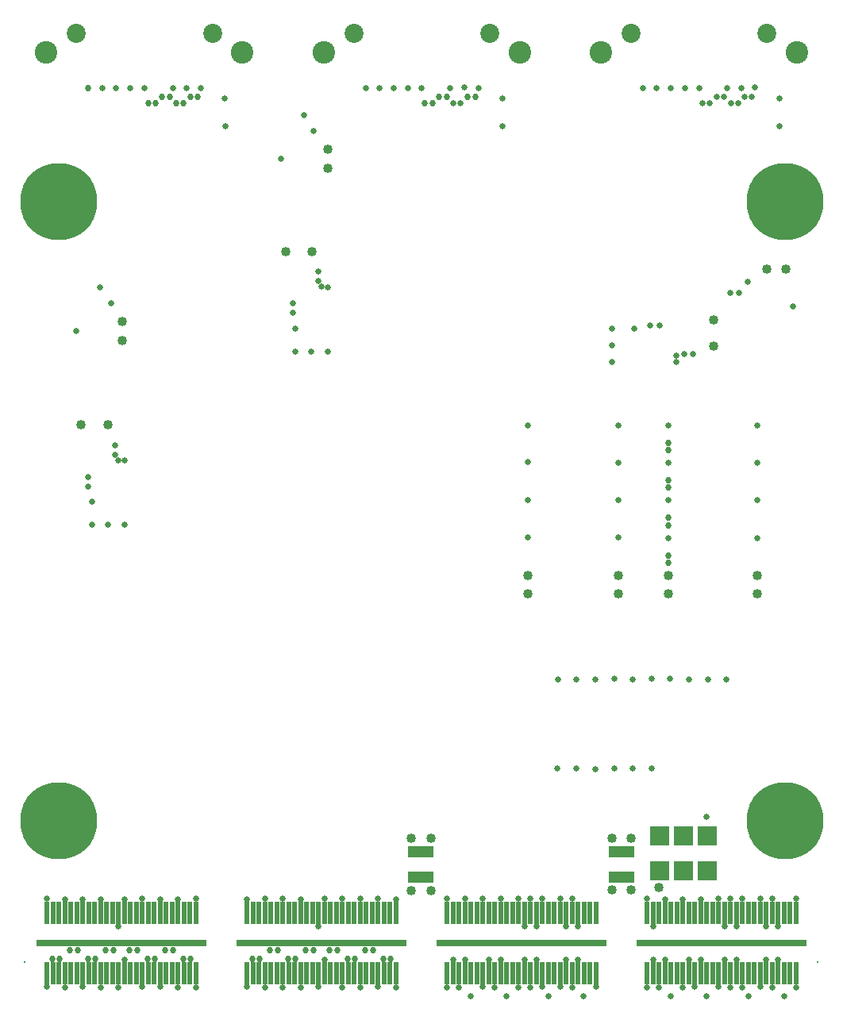
<source format=gbs>
%FSLAX44Y44*%
%MOMM*%
G71*
G01*
G75*
G04 Layer_Color=16711935*
G04:AMPARAMS|DCode=10|XSize=0.5mm|YSize=0.6mm|CornerRadius=0.125mm|HoleSize=0mm|Usage=FLASHONLY|Rotation=0.000|XOffset=0mm|YOffset=0mm|HoleType=Round|Shape=RoundedRectangle|*
%AMROUNDEDRECTD10*
21,1,0.5000,0.3500,0,0,0.0*
21,1,0.2500,0.6000,0,0,0.0*
1,1,0.2500,0.1250,-0.1750*
1,1,0.2500,-0.1250,-0.1750*
1,1,0.2500,-0.1250,0.1750*
1,1,0.2500,0.1250,0.1750*
%
%ADD10ROUNDEDRECTD10*%
%ADD11R,0.6000X0.6000*%
%ADD12R,0.6000X0.6000*%
G04:AMPARAMS|DCode=13|XSize=0.5mm|YSize=0.6mm|CornerRadius=0.125mm|HoleSize=0mm|Usage=FLASHONLY|Rotation=270.000|XOffset=0mm|YOffset=0mm|HoleType=Round|Shape=RoundedRectangle|*
%AMROUNDEDRECTD13*
21,1,0.5000,0.3500,0,0,270.0*
21,1,0.2500,0.6000,0,0,270.0*
1,1,0.2500,-0.1750,-0.1250*
1,1,0.2500,-0.1750,0.1250*
1,1,0.2500,0.1750,0.1250*
1,1,0.2500,0.1750,-0.1250*
%
%ADD13ROUNDEDRECTD13*%
%ADD14R,1.0200X3.3000*%
%ADD15R,1.1000X2.6000*%
%ADD16R,2.6000X1.1000*%
%ADD17R,0.3050X2.6000*%
%ADD18R,3.3000X1.0200*%
%ADD19R,0.3500X0.8500*%
%ADD20R,0.8500X0.3500*%
%ADD21R,1.1000X1.4000*%
%ADD22R,1.4000X1.1000*%
%ADD23R,1.8000X1.1500*%
%ADD24R,0.4200X1.2200*%
%ADD25R,0.6000X1.8000*%
%ADD26R,1.2200X0.4200*%
%ADD27R,1.8000X0.6000*%
%ADD28C,0.3048*%
%ADD29C,0.5080*%
%ADD30C,0.2083*%
%ADD31C,0.1524*%
%ADD32C,0.1778*%
%ADD33C,0.2540*%
%ADD34C,0.2032*%
%ADD35C,8.0000*%
%ADD36C,2.2000*%
%ADD37C,1.8200*%
%ADD38C,0.4572*%
%ADD39C,0.8128*%
%ADD40C,0.4928*%
%ADD41C,0.4851*%
%ADD42C,1.0160*%
%ADD43C,4.8260*%
%ADD44C,3.2160*%
%ADD45C,2.8360*%
%ADD46C,2.1844*%
%ADD47C,1.2700*%
G04:AMPARAMS|DCode=48|XSize=1.5748mm|YSize=1.5748mm|CornerRadius=0mm|HoleSize=0mm|Usage=FLASHONLY|Rotation=0.000|XOffset=0mm|YOffset=0mm|HoleType=Round|Shape=Relief|Width=0.254mm|Gap=0.1524mm|Entries=4|*
%AMTHD48*
7,0,0,1.5748,1.2700,0.2540,45*
%
%ADD48THD48*%
G04:AMPARAMS|DCode=49|XSize=1.7272mm|YSize=1.7272mm|CornerRadius=0mm|HoleSize=0mm|Usage=FLASHONLY|Rotation=0.000|XOffset=0mm|YOffset=0mm|HoleType=Round|Shape=Relief|Width=0.254mm|Gap=0.1524mm|Entries=4|*
%AMTHD49*
7,0,0,1.7272,1.4224,0.2540,45*
%
%ADD49THD49*%
%ADD50C,1.4224*%
%ADD51R,0.4064X2.1590*%
%ADD52R,18.0340X0.5080*%
%ADD53R,1.8000X1.8000*%
%ADD54C,0.2500*%
%ADD55C,0.6000*%
%ADD56C,0.2000*%
%ADD57C,0.1000*%
%ADD58C,0.1016*%
G04:AMPARAMS|DCode=59|XSize=0.7032mm|YSize=0.8032mm|CornerRadius=0.1758mm|HoleSize=0mm|Usage=FLASHONLY|Rotation=0.000|XOffset=0mm|YOffset=0mm|HoleType=Round|Shape=RoundedRectangle|*
%AMROUNDEDRECTD59*
21,1,0.7032,0.4516,0,0,0.0*
21,1,0.3516,0.8032,0,0,0.0*
1,1,0.3516,0.1758,-0.2258*
1,1,0.3516,-0.1758,-0.2258*
1,1,0.3516,-0.1758,0.2258*
1,1,0.3516,0.1758,0.2258*
%
%ADD59ROUNDEDRECTD59*%
%ADD60R,0.8032X0.8032*%
%ADD61R,0.8032X0.8032*%
G04:AMPARAMS|DCode=62|XSize=0.7032mm|YSize=0.8032mm|CornerRadius=0.1758mm|HoleSize=0mm|Usage=FLASHONLY|Rotation=270.000|XOffset=0mm|YOffset=0mm|HoleType=Round|Shape=RoundedRectangle|*
%AMROUNDEDRECTD62*
21,1,0.7032,0.4516,0,0,270.0*
21,1,0.3516,0.8032,0,0,270.0*
1,1,0.3516,-0.2258,-0.1758*
1,1,0.3516,-0.2258,0.1758*
1,1,0.3516,0.2258,0.1758*
1,1,0.3516,0.2258,-0.1758*
%
%ADD62ROUNDEDRECTD62*%
%ADD63R,1.2232X3.5032*%
%ADD64R,1.3032X2.8032*%
%ADD65R,2.8032X1.3032*%
%ADD66R,0.5082X2.8032*%
%ADD67R,3.5032X1.2232*%
%ADD68R,0.5532X1.0532*%
%ADD69R,1.0532X0.5532*%
%ADD70R,1.3032X1.6032*%
%ADD71R,1.6032X1.3032*%
%ADD72R,2.0032X1.3532*%
%ADD73R,0.6232X1.4232*%
%ADD74R,0.8032X2.0032*%
%ADD75R,1.4232X0.6232*%
%ADD76R,2.0032X0.8032*%
%ADD77C,8.2032*%
%ADD78C,2.4032*%
%ADD79C,2.0232*%
%ADD80C,0.2032*%
%ADD81C,0.6604*%
%ADD82C,1.0160*%
%ADD83C,0.6960*%
%ADD84C,0.6883*%
%ADD85R,0.6096X2.3622*%
%ADD86R,18.2372X0.7112*%
%ADD87R,2.0032X2.0032*%
D65*
X449580Y189014D02*
D03*
Y162014D02*
D03*
X663702Y189014D02*
D03*
Y162014D02*
D03*
D77*
X63573Y881761D02*
D03*
X837765D02*
D03*
X63065Y222123D02*
D03*
X837765D02*
D03*
D78*
X346053Y1041548D02*
D03*
X555053D02*
D03*
X641709D02*
D03*
X850709D02*
D03*
X50143D02*
D03*
X259143D02*
D03*
D79*
X378053Y1061548D02*
D03*
X523053Y1061547D02*
D03*
X673709Y1061548D02*
D03*
X818709Y1061547D02*
D03*
X82143Y1061548D02*
D03*
X227143Y1061547D02*
D03*
D80*
X872744Y70866D02*
D03*
X26924D02*
D03*
D81*
X686209Y1003399D02*
D03*
X701209Y1003469D02*
D03*
X716209Y1003371D02*
D03*
X731342Y1003357D02*
D03*
X836749Y34363D02*
D03*
X798649D02*
D03*
X754126Y34290D02*
D03*
X716099Y34363D02*
D03*
X623062Y34290D02*
D03*
X585470D02*
D03*
X540839Y34471D02*
D03*
X502920Y34290D02*
D03*
X106934Y790956D02*
D03*
X82042Y743712D02*
D03*
X754126Y225806D02*
D03*
X595546Y372788D02*
D03*
X615546Y372768D02*
D03*
X635546Y372834D02*
D03*
X655546Y372844D02*
D03*
X675546Y372778D02*
D03*
X695452Y372872D02*
D03*
X715546Y372844D02*
D03*
X735546Y372834D02*
D03*
X755546Y372722D02*
D03*
X775546Y372788D02*
D03*
X713260Y523466D02*
D03*
X808200D02*
D03*
X808068Y563466D02*
D03*
X713326D02*
D03*
X808190Y603466D02*
D03*
X808228Y643382D02*
D03*
X713270Y603466D02*
D03*
X713402Y643466D02*
D03*
X660372Y523720D02*
D03*
X660240Y563720D02*
D03*
X660362Y603720D02*
D03*
X660230Y643720D02*
D03*
X563908Y523720D02*
D03*
X563974Y563720D02*
D03*
X564050Y643720D02*
D03*
X302079Y138357D02*
D03*
X50619Y44377D02*
D03*
X69669Y44269D02*
D03*
X88719Y44523D02*
D03*
X107769Y44269D02*
D03*
X126819D02*
D03*
X152219Y44377D02*
D03*
X171269D02*
D03*
X190319Y44269D02*
D03*
X209369D02*
D03*
Y138357D02*
D03*
X107769Y138249D02*
D03*
X88719D02*
D03*
X69669D02*
D03*
X50546Y138430D02*
D03*
X806209Y1003795D02*
D03*
X495553Y1003809D02*
D03*
X480553Y1003315D02*
D03*
X139643Y1003357D02*
D03*
X511048Y1003554D02*
D03*
X435635Y1003357D02*
D03*
X450552Y1003344D02*
D03*
X420553Y1003483D02*
D03*
X405553Y1003385D02*
D03*
X390553Y1003455D02*
D03*
X109643Y1003385D02*
D03*
X124638Y1003275D02*
D03*
X154711Y1003300D02*
D03*
X184912D02*
D03*
X263979Y138249D02*
D03*
X283029Y138357D02*
D03*
X321129Y138249D02*
D03*
X346529Y138357D02*
D03*
X365579D02*
D03*
X403679D02*
D03*
X422729Y138249D02*
D03*
X263979Y44377D02*
D03*
X283029Y44269D02*
D03*
X302079D02*
D03*
X321129D02*
D03*
X340179Y44377D02*
D03*
X365579Y44269D02*
D03*
X384629D02*
D03*
X403679Y44377D02*
D03*
X422729Y44269D02*
D03*
X477339Y138357D02*
D03*
X496389D02*
D03*
X515439D02*
D03*
X534489D02*
D03*
X553539D02*
D03*
X578939D02*
D03*
X597989D02*
D03*
X477339Y44269D02*
D03*
X515439Y44377D02*
D03*
X553539Y44269D02*
D03*
X572589Y109039D02*
D03*
X604339D02*
D03*
X483689Y73479D02*
D03*
X521789D02*
D03*
X346529D02*
D03*
X340179Y109293D02*
D03*
X559889Y109039D02*
D03*
X566239Y138357D02*
D03*
X610689D02*
D03*
X617039Y109039D02*
D03*
X133169Y73587D02*
D03*
X126819Y108966D02*
D03*
X490039Y44269D02*
D03*
X496389Y73333D02*
D03*
X528139Y44269D02*
D03*
X534489Y73333D02*
D03*
X559889Y73225D02*
D03*
X566239Y44269D02*
D03*
X572589Y73333D02*
D03*
X578939Y44631D02*
D03*
X597989Y44377D02*
D03*
X604339Y73333D02*
D03*
X610689Y44269D02*
D03*
X617039Y73225D02*
D03*
X636089Y44377D02*
D03*
X690699Y138357D02*
D03*
X697049Y109039D02*
D03*
X709749Y138249D02*
D03*
X728799D02*
D03*
X747849D02*
D03*
X766899Y138357D02*
D03*
X773249Y109039D02*
D03*
X779599Y138357D02*
D03*
X785949Y109039D02*
D03*
X792299Y138357D02*
D03*
X811349D02*
D03*
X817699Y109039D02*
D03*
X824049Y138357D02*
D03*
X830399Y109039D02*
D03*
X849449Y138357D02*
D03*
X690699Y44269D02*
D03*
X697049Y73333D02*
D03*
X703399Y44269D02*
D03*
X709749Y73333D02*
D03*
X728799Y44269D02*
D03*
X735149Y73333D02*
D03*
X741499Y44523D02*
D03*
X747849Y73333D02*
D03*
X766899Y44377D02*
D03*
X773249Y73333D02*
D03*
X779599Y44269D02*
D03*
X785949Y73333D02*
D03*
X792299Y44269D02*
D03*
X811349Y44377D02*
D03*
X817699Y73333D02*
D03*
X824049Y44269D02*
D03*
X830399Y73333D02*
D03*
X849449Y44269D02*
D03*
X595376Y277368D02*
D03*
X615546Y277218D02*
D03*
X635546Y277152D02*
D03*
X655546Y277340D02*
D03*
X675546Y277528D02*
D03*
X695546Y277462D02*
D03*
X123364Y622220D02*
D03*
X123364Y612220D02*
D03*
X94568Y587930D02*
D03*
X94568Y577930D02*
D03*
X115824Y537464D02*
D03*
X98552Y537464D02*
D03*
X133604Y537464D02*
D03*
X126746Y605790D02*
D03*
X98552Y561848D02*
D03*
X133350Y605790D02*
D03*
X315214Y722122D02*
D03*
X332486Y722122D02*
D03*
X312754Y773604D02*
D03*
X312754Y763604D02*
D03*
X340534Y797386D02*
D03*
X340534Y807386D02*
D03*
X335280Y957326D02*
D03*
X119380Y773430D02*
D03*
X325044Y974776D02*
D03*
X350266Y722122D02*
D03*
X343662Y791210D02*
D03*
X350520Y790956D02*
D03*
X315214Y746760D02*
D03*
X797814Y796290D02*
D03*
X779526Y784352D02*
D03*
X788924Y784352D02*
D03*
X730076Y719916D02*
D03*
X740156Y719836D02*
D03*
X653034Y746506D02*
D03*
X704262Y749888D02*
D03*
X694262Y749888D02*
D03*
X653034Y711454D02*
D03*
X721920Y717856D02*
D03*
X721966Y711356D02*
D03*
X677418Y746506D02*
D03*
X240538Y991870D02*
D03*
X241300Y962914D02*
D03*
X536194Y991870D02*
D03*
X536626Y962584D02*
D03*
X831868Y992074D02*
D03*
X832122Y962864D02*
D03*
X846533Y770177D02*
D03*
X299974Y927862D02*
D03*
X776209Y1003569D02*
D03*
X563626Y604266D02*
D03*
X384629Y138357D02*
D03*
X791286Y1003555D02*
D03*
X746208Y1003344D02*
D03*
X802665Y993902D02*
D03*
X795045D02*
D03*
X787679Y987044D02*
D03*
X780059D02*
D03*
X772439Y993902D02*
D03*
X764819D02*
D03*
X749833Y987044D02*
D03*
X757453D02*
D03*
X483946D02*
D03*
X491566D02*
D03*
X190319Y138249D02*
D03*
X171269D02*
D03*
X152219Y138357D02*
D03*
X133169Y138103D02*
D03*
X199898Y1003224D02*
D03*
X214884Y1003300D02*
D03*
X653034Y729234D02*
D03*
D82*
X653288Y147828D02*
D03*
X674116D02*
D03*
Y203200D02*
D03*
X653288D02*
D03*
X459994Y147574D02*
D03*
X439166D02*
D03*
X459994Y203200D02*
D03*
X439166D02*
D03*
X703326Y150622D02*
D03*
X563964Y463720D02*
D03*
X564030Y483720D02*
D03*
X808312Y463466D02*
D03*
X808332Y483466D02*
D03*
X713232Y463550D02*
D03*
X660400Y464058D02*
D03*
X660250Y483720D02*
D03*
X713336Y483466D02*
D03*
X115824Y644144D02*
D03*
X87376D02*
D03*
X130810Y754126D02*
D03*
Y733552D02*
D03*
X333756Y829056D02*
D03*
X305054D02*
D03*
X350520Y938022D02*
D03*
Y917448D02*
D03*
X838454Y809752D02*
D03*
X818134D02*
D03*
X762000Y727964D02*
D03*
Y756158D02*
D03*
D83*
X713232Y624990D02*
D03*
X507492Y993902D02*
D03*
X499364D02*
D03*
X94488Y1003300D02*
D03*
X64132Y74422D02*
D03*
X56156D02*
D03*
X75206Y83820D02*
D03*
X102232Y74422D02*
D03*
X94256D02*
D03*
X203832D02*
D03*
X195856D02*
D03*
X184782Y83820D02*
D03*
X176806D02*
D03*
X165732Y74422D02*
D03*
X157756D02*
D03*
X146682Y84074D02*
D03*
X138706D02*
D03*
X269516Y74422D02*
D03*
X277492D02*
D03*
X288566Y83820D02*
D03*
X296542D02*
D03*
X307616Y74422D02*
D03*
X315592D02*
D03*
X326666Y83820D02*
D03*
X334642D02*
D03*
X83182D02*
D03*
X113306Y84074D02*
D03*
X121282D02*
D03*
X409216Y74168D02*
D03*
X417192D02*
D03*
X352066Y83566D02*
D03*
X360042D02*
D03*
X371116Y74168D02*
D03*
X379092D02*
D03*
X390166Y83820D02*
D03*
X398142D02*
D03*
X713232Y616854D02*
D03*
X468884Y993902D02*
D03*
X477012D02*
D03*
X462026Y987044D02*
D03*
X453955Y987000D02*
D03*
X188447D02*
D03*
X196422D02*
D03*
X181422Y994000D02*
D03*
X173447D02*
D03*
X158578Y987000D02*
D03*
X166553D02*
D03*
X211582Y993902D02*
D03*
X203447Y994000D02*
D03*
D84*
X713232Y544850D02*
D03*
Y536951D02*
D03*
Y504850D02*
D03*
Y496951D02*
D03*
Y584850D02*
D03*
Y576951D02*
D03*
D85*
X56969Y58801D02*
D03*
X63319D02*
D03*
X76019D02*
D03*
X82369D02*
D03*
X95069D02*
D03*
X101419D02*
D03*
X114119D02*
D03*
X120469D02*
D03*
X139519D02*
D03*
X145869D02*
D03*
X158569D02*
D03*
X164919D02*
D03*
X177619D02*
D03*
X183969D02*
D03*
X196669D02*
D03*
X203019D02*
D03*
X56969Y123571D02*
D03*
X63319D02*
D03*
X76019D02*
D03*
X82369D02*
D03*
X95069D02*
D03*
X101419D02*
D03*
X114119D02*
D03*
X120469D02*
D03*
X139519D02*
D03*
X145869D02*
D03*
X158569D02*
D03*
X164919D02*
D03*
X177619D02*
D03*
X183969D02*
D03*
X196669D02*
D03*
X203019D02*
D03*
X270329Y58801D02*
D03*
X276679D02*
D03*
X289379D02*
D03*
X295729D02*
D03*
X308429D02*
D03*
X314779D02*
D03*
X327479D02*
D03*
X333829D02*
D03*
X352879D02*
D03*
X359229D02*
D03*
X371929D02*
D03*
X378279D02*
D03*
X390979D02*
D03*
X397329D02*
D03*
X410029D02*
D03*
X416379D02*
D03*
X270329Y123571D02*
D03*
X276679D02*
D03*
X289379D02*
D03*
X295729D02*
D03*
X308429D02*
D03*
X314779D02*
D03*
X327479D02*
D03*
X333829D02*
D03*
X352879D02*
D03*
X359229D02*
D03*
X371929D02*
D03*
X378279D02*
D03*
X390979D02*
D03*
X397329D02*
D03*
X410029D02*
D03*
X416379D02*
D03*
X483689Y58801D02*
D03*
X490039D02*
D03*
X502739D02*
D03*
X509089D02*
D03*
X521789D02*
D03*
X528139D02*
D03*
X540839D02*
D03*
X547189D02*
D03*
X566239D02*
D03*
X572589D02*
D03*
X585289D02*
D03*
X591639D02*
D03*
X604339D02*
D03*
X623389D02*
D03*
X629739D02*
D03*
X483689Y123571D02*
D03*
X490039D02*
D03*
X502739D02*
D03*
X521789D02*
D03*
X540839D02*
D03*
X547189D02*
D03*
X566239D02*
D03*
X572589D02*
D03*
X585289D02*
D03*
X591639D02*
D03*
X604339D02*
D03*
X610689D02*
D03*
X623389D02*
D03*
X629739D02*
D03*
X697049Y58801D02*
D03*
X703399D02*
D03*
X716099D02*
D03*
X722449D02*
D03*
X735149D02*
D03*
X741499D02*
D03*
X754199D02*
D03*
X760549D02*
D03*
X779599D02*
D03*
X785949D02*
D03*
X798649D02*
D03*
X804999D02*
D03*
X817699D02*
D03*
X824049D02*
D03*
X836749D02*
D03*
X843099D02*
D03*
X697049Y123571D02*
D03*
X703399D02*
D03*
X716099D02*
D03*
X722449D02*
D03*
X735149D02*
D03*
X741499D02*
D03*
X754199D02*
D03*
X760549D02*
D03*
X779599D02*
D03*
X785949D02*
D03*
X798649D02*
D03*
X804999D02*
D03*
X817699D02*
D03*
X824049D02*
D03*
X836749D02*
D03*
X843099D02*
D03*
X209369D02*
D03*
X190319D02*
D03*
X171269D02*
D03*
X152219D02*
D03*
X133169D02*
D03*
X126819D02*
D03*
X107769D02*
D03*
X88719D02*
D03*
X69669D02*
D03*
X50619D02*
D03*
X263979D02*
D03*
X283029D02*
D03*
X302079D02*
D03*
X321129D02*
D03*
X340179D02*
D03*
X346529D02*
D03*
X365579D02*
D03*
X384629D02*
D03*
X403679D02*
D03*
X422729D02*
D03*
Y58801D02*
D03*
X403679D02*
D03*
X384629D02*
D03*
X365579D02*
D03*
X346529D02*
D03*
X340179D02*
D03*
X321129D02*
D03*
X302079D02*
D03*
X283029D02*
D03*
X263979D02*
D03*
X50619D02*
D03*
X69669D02*
D03*
X88719D02*
D03*
X107769D02*
D03*
X126819D02*
D03*
X133169D02*
D03*
X152219D02*
D03*
X171269D02*
D03*
X190319D02*
D03*
X209369D02*
D03*
X477339Y123571D02*
D03*
X496389D02*
D03*
X515439D02*
D03*
X534489D02*
D03*
X553539D02*
D03*
X559889D02*
D03*
X578939D02*
D03*
X597989D02*
D03*
X617039D02*
D03*
X636089D02*
D03*
X477339Y58801D02*
D03*
X496389D02*
D03*
X515439D02*
D03*
X534489D02*
D03*
X553539D02*
D03*
X559889D02*
D03*
X578939D02*
D03*
X597989D02*
D03*
X617039D02*
D03*
X636089D02*
D03*
X849449D02*
D03*
X830399D02*
D03*
X811349D02*
D03*
X792299D02*
D03*
X773249D02*
D03*
X766899D02*
D03*
X747849D02*
D03*
X728799D02*
D03*
X709749D02*
D03*
X690699D02*
D03*
X849449Y123571D02*
D03*
X830399D02*
D03*
X811349D02*
D03*
X792299D02*
D03*
X773249D02*
D03*
X766899D02*
D03*
X747849D02*
D03*
X728799D02*
D03*
X709749D02*
D03*
X690699D02*
D03*
X610689Y58801D02*
D03*
X528139Y123571D02*
D03*
X509089D02*
D03*
D86*
X769874Y91186D02*
D03*
X556514D02*
D03*
X343154D02*
D03*
X129794D02*
D03*
D87*
X704342Y205948D02*
D03*
X729742D02*
D03*
X755142D02*
D03*
Y168448D02*
D03*
X729742D02*
D03*
X704342D02*
D03*
M02*

</source>
